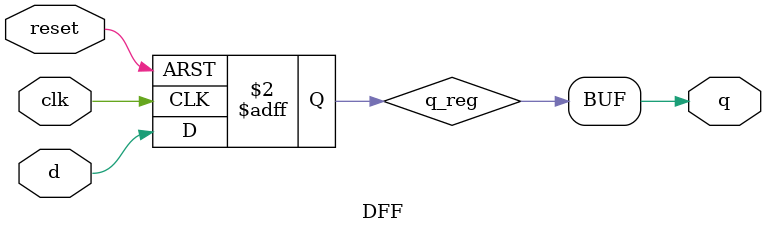
<source format=v>
`timescale 1ns / 1ps

module DFF(input d,  //this is input to D-ff
           input clk,
           input reset, 
           output q);
    
    reg q_reg;
    
    assign q = q_reg;
    
    always @(posedge clk, posedge reset) //Active High Reset Flip flop
    begin
        if(reset)
        begin
            q_reg <= 1'b0;
        end
        else
        begin
            q_reg <= d;
        end   
    end
    
endmodule

</source>
